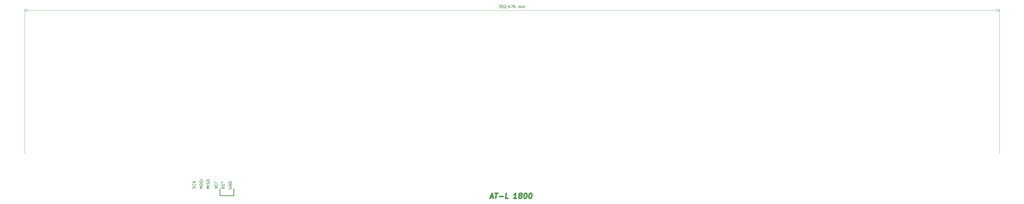
<source format=gto>
G04 #@! TF.GenerationSoftware,KiCad,Pcbnew,(5.1.5)-3*
G04 #@! TF.CreationDate,2020-11-22T01:35:45-08:00*
G04 #@! TF.ProjectId,1800 layout,31383030-206c-4617-996f-75742e6b6963,rev?*
G04 #@! TF.SameCoordinates,Original*
G04 #@! TF.FileFunction,Legend,Top*
G04 #@! TF.FilePolarity,Positive*
%FSLAX46Y46*%
G04 Gerber Fmt 4.6, Leading zero omitted, Abs format (unit mm)*
G04 Created by KiCad (PCBNEW (5.1.5)-3) date 2020-11-22 01:35:45*
%MOMM*%
%LPD*%
G04 APERTURE LIST*
%ADD10C,0.475000*%
%ADD11C,0.150000*%
%ADD12C,0.120000*%
%ADD13C,0.250000*%
%ADD14R,1.802000X1.802000*%
%ADD15C,1.802000*%
%ADD16C,1.852000*%
%ADD17R,2.007000X2.007000*%
%ADD18C,2.007000*%
%ADD19C,3.102000*%
%ADD20C,4.089800*%
%ADD21C,3.150000*%
%ADD22C,2.502000*%
%ADD23C,2.602000*%
%ADD24C,3.202000*%
%ADD25O,1.102000X1.702000*%
%ADD26O,1.102000X2.202000*%
%ADD27C,0.752000*%
G04 APERTURE END LIST*
D10*
X213251162Y-34454266D02*
X214155924Y-34454266D01*
X213002352Y-34997123D02*
X213873186Y-33097123D01*
X214269019Y-34997123D01*
X214868424Y-33097123D02*
X215954138Y-33097123D01*
X215173781Y-34997123D02*
X215411281Y-33097123D01*
X216440447Y-34273314D02*
X217888066Y-34273314D01*
X219607114Y-34997123D02*
X218702352Y-34997123D01*
X218939852Y-33097123D01*
X222683305Y-34997123D02*
X221597590Y-34997123D01*
X222140447Y-34997123D02*
X222377947Y-33097123D01*
X222163066Y-33368552D01*
X221959495Y-33549504D01*
X221767233Y-33639980D01*
X223904733Y-33911409D02*
X223735090Y-33820933D01*
X223655924Y-33730457D01*
X223588066Y-33549504D01*
X223599376Y-33459028D01*
X223712471Y-33278076D01*
X223814257Y-33187600D01*
X224006519Y-33097123D01*
X224368424Y-33097123D01*
X224538066Y-33187600D01*
X224617233Y-33278076D01*
X224685090Y-33459028D01*
X224673781Y-33549504D01*
X224560686Y-33730457D01*
X224458900Y-33820933D01*
X224266638Y-33911409D01*
X223904733Y-33911409D01*
X223712471Y-34001885D01*
X223610686Y-34092361D01*
X223497590Y-34273314D01*
X223452352Y-34635219D01*
X223520209Y-34816171D01*
X223599376Y-34906647D01*
X223769019Y-34997123D01*
X224130924Y-34997123D01*
X224323186Y-34906647D01*
X224424971Y-34816171D01*
X224538066Y-34635219D01*
X224583305Y-34273314D01*
X224515447Y-34092361D01*
X224436281Y-34001885D01*
X224266638Y-33911409D01*
X225906519Y-33097123D02*
X226087471Y-33097123D01*
X226257114Y-33187600D01*
X226336281Y-33278076D01*
X226404138Y-33459028D01*
X226449376Y-33820933D01*
X226392828Y-34273314D01*
X226257114Y-34635219D01*
X226144019Y-34816171D01*
X226042233Y-34906647D01*
X225849971Y-34997123D01*
X225669019Y-34997123D01*
X225499376Y-34906647D01*
X225420209Y-34816171D01*
X225352352Y-34635219D01*
X225307114Y-34273314D01*
X225363662Y-33820933D01*
X225499376Y-33459028D01*
X225612471Y-33278076D01*
X225714257Y-33187600D01*
X225906519Y-33097123D01*
X227716043Y-33097123D02*
X227896995Y-33097123D01*
X228066638Y-33187600D01*
X228145805Y-33278076D01*
X228213662Y-33459028D01*
X228258900Y-33820933D01*
X228202352Y-34273314D01*
X228066638Y-34635219D01*
X227953543Y-34816171D01*
X227851757Y-34906647D01*
X227659495Y-34997123D01*
X227478543Y-34997123D01*
X227308900Y-34906647D01*
X227229733Y-34816171D01*
X227161876Y-34635219D01*
X227116638Y-34273314D01*
X227173186Y-33820933D01*
X227308900Y-33459028D01*
X227421995Y-33278076D01*
X227523781Y-33187600D01*
X227716043Y-33097123D01*
D11*
X216351433Y35040819D02*
X216970480Y35040819D01*
X216637147Y34659866D01*
X216780004Y34659866D01*
X216875242Y34612247D01*
X216922861Y34564628D01*
X216970480Y34469390D01*
X216970480Y34231295D01*
X216922861Y34136057D01*
X216875242Y34088438D01*
X216780004Y34040819D01*
X216494290Y34040819D01*
X216399052Y34088438D01*
X216351433Y34136057D01*
X217875242Y35040819D02*
X217399052Y35040819D01*
X217351433Y34564628D01*
X217399052Y34612247D01*
X217494290Y34659866D01*
X217732385Y34659866D01*
X217827623Y34612247D01*
X217875242Y34564628D01*
X217922861Y34469390D01*
X217922861Y34231295D01*
X217875242Y34136057D01*
X217827623Y34088438D01*
X217732385Y34040819D01*
X217494290Y34040819D01*
X217399052Y34088438D01*
X217351433Y34136057D01*
X218303814Y34945580D02*
X218351433Y34993200D01*
X218446671Y35040819D01*
X218684766Y35040819D01*
X218780004Y34993200D01*
X218827623Y34945580D01*
X218875242Y34850342D01*
X218875242Y34755104D01*
X218827623Y34612247D01*
X218256195Y34040819D01*
X218875242Y34040819D01*
X219303814Y34136057D02*
X219351433Y34088438D01*
X219303814Y34040819D01*
X219256195Y34088438D01*
X219303814Y34136057D01*
X219303814Y34040819D01*
X220208576Y34707485D02*
X220208576Y34040819D01*
X219970480Y35088438D02*
X219732385Y34374152D01*
X220351433Y34374152D01*
X220637147Y35040819D02*
X221303814Y35040819D01*
X220875242Y34040819D01*
X222113338Y35040819D02*
X221922861Y35040819D01*
X221827623Y34993200D01*
X221780004Y34945580D01*
X221684766Y34802723D01*
X221637147Y34612247D01*
X221637147Y34231295D01*
X221684766Y34136057D01*
X221732385Y34088438D01*
X221827623Y34040819D01*
X222018100Y34040819D01*
X222113338Y34088438D01*
X222160957Y34136057D01*
X222208576Y34231295D01*
X222208576Y34469390D01*
X222160957Y34564628D01*
X222113338Y34612247D01*
X222018100Y34659866D01*
X221827623Y34659866D01*
X221732385Y34612247D01*
X221684766Y34564628D01*
X221637147Y34469390D01*
X223399052Y34040819D02*
X223399052Y34707485D01*
X223399052Y34612247D02*
X223446671Y34659866D01*
X223541909Y34707485D01*
X223684766Y34707485D01*
X223780004Y34659866D01*
X223827623Y34564628D01*
X223827623Y34040819D01*
X223827623Y34564628D02*
X223875242Y34659866D01*
X223970480Y34707485D01*
X224113338Y34707485D01*
X224208576Y34659866D01*
X224256195Y34564628D01*
X224256195Y34040819D01*
X224732385Y34040819D02*
X224732385Y34707485D01*
X224732385Y34612247D02*
X224780004Y34659866D01*
X224875242Y34707485D01*
X225018100Y34707485D01*
X225113338Y34659866D01*
X225160957Y34564628D01*
X225160957Y34040819D01*
X225160957Y34564628D02*
X225208576Y34659866D01*
X225303814Y34707485D01*
X225446671Y34707485D01*
X225541909Y34659866D01*
X225589528Y34564628D01*
X225589528Y34040819D01*
D12*
X44780200Y33223200D02*
X397256000Y33223200D01*
X44780200Y-18694400D02*
X44780200Y33809621D01*
X397256000Y-18694400D02*
X397256000Y33809621D01*
X397256000Y33223200D02*
X396129496Y32636779D01*
X397256000Y33223200D02*
X396129496Y33809621D01*
X44780200Y33223200D02*
X45906704Y32636779D01*
X44780200Y33223200D02*
X45906704Y33809621D01*
D13*
X120436280Y-31460760D02*
X120436280Y-33960760D01*
X120436280Y-33960760D02*
X115436280Y-33960760D01*
X115436280Y-33960760D02*
X115436280Y-31460760D01*
D11*
X113578660Y-31354093D02*
X114578660Y-31020760D01*
X113578660Y-30687426D01*
X114483422Y-29782664D02*
X114531041Y-29830283D01*
X114578660Y-29973140D01*
X114578660Y-30068379D01*
X114531041Y-30211236D01*
X114435803Y-30306474D01*
X114340565Y-30354093D01*
X114150089Y-30401712D01*
X114007232Y-30401712D01*
X113816756Y-30354093D01*
X113721518Y-30306474D01*
X113626280Y-30211236D01*
X113578660Y-30068379D01*
X113578660Y-29973140D01*
X113626280Y-29830283D01*
X113673899Y-29782664D01*
X114483422Y-28782664D02*
X114531041Y-28830283D01*
X114578660Y-28973140D01*
X114578660Y-29068379D01*
X114531041Y-29211236D01*
X114435803Y-29306474D01*
X114340565Y-29354093D01*
X114150089Y-29401712D01*
X114007232Y-29401712D01*
X113816756Y-29354093D01*
X113721518Y-29306474D01*
X113626280Y-29211236D01*
X113578660Y-29068379D01*
X113578660Y-28973140D01*
X113626280Y-28830283D01*
X113673899Y-28782664D01*
X117118660Y-30758379D02*
X116642470Y-31091712D01*
X117118660Y-31329807D02*
X116118660Y-31329807D01*
X116118660Y-30948855D01*
X116166280Y-30853617D01*
X116213899Y-30805998D01*
X116309137Y-30758379D01*
X116451994Y-30758379D01*
X116547232Y-30805998D01*
X116594851Y-30853617D01*
X116642470Y-30948855D01*
X116642470Y-31329807D01*
X117071041Y-30377426D02*
X117118660Y-30234569D01*
X117118660Y-29996474D01*
X117071041Y-29901236D01*
X117023422Y-29853617D01*
X116928184Y-29805998D01*
X116832946Y-29805998D01*
X116737708Y-29853617D01*
X116690089Y-29901236D01*
X116642470Y-29996474D01*
X116594851Y-30186950D01*
X116547232Y-30282188D01*
X116499613Y-30329807D01*
X116404375Y-30377426D01*
X116309137Y-30377426D01*
X116213899Y-30329807D01*
X116166280Y-30282188D01*
X116118660Y-30186950D01*
X116118660Y-29948855D01*
X116166280Y-29805998D01*
X116118660Y-29520283D02*
X116118660Y-28948855D01*
X117118660Y-29234569D02*
X116118660Y-29234569D01*
X118706280Y-30972664D02*
X118658660Y-31067902D01*
X118658660Y-31210760D01*
X118706280Y-31353617D01*
X118801518Y-31448855D01*
X118896756Y-31496474D01*
X119087232Y-31544093D01*
X119230089Y-31544093D01*
X119420565Y-31496474D01*
X119515803Y-31448855D01*
X119611041Y-31353617D01*
X119658660Y-31210760D01*
X119658660Y-31115521D01*
X119611041Y-30972664D01*
X119563422Y-30925045D01*
X119230089Y-30925045D01*
X119230089Y-31115521D01*
X119658660Y-30496474D02*
X118658660Y-30496474D01*
X119658660Y-29925045D01*
X118658660Y-29925045D01*
X119658660Y-29448855D02*
X118658660Y-29448855D01*
X118658660Y-29210760D01*
X118706280Y-29067902D01*
X118801518Y-28972664D01*
X118896756Y-28925045D01*
X119087232Y-28877426D01*
X119230089Y-28877426D01*
X119420565Y-28925045D01*
X119515803Y-28972664D01*
X119611041Y-29067902D01*
X119658660Y-29210760D01*
X119658660Y-29448855D01*
X111618660Y-31342188D02*
X110618660Y-31342188D01*
X111332946Y-31008855D01*
X110618660Y-30675521D01*
X111618660Y-30675521D01*
X111618660Y-30199331D02*
X110618660Y-30199331D01*
X111571041Y-29770760D02*
X111618660Y-29627902D01*
X111618660Y-29389807D01*
X111571041Y-29294569D01*
X111523422Y-29246950D01*
X111428184Y-29199331D01*
X111332946Y-29199331D01*
X111237708Y-29246950D01*
X111190089Y-29294569D01*
X111142470Y-29389807D01*
X111094851Y-29580283D01*
X111047232Y-29675521D01*
X110999613Y-29723140D01*
X110904375Y-29770760D01*
X110809137Y-29770760D01*
X110713899Y-29723140D01*
X110666280Y-29675521D01*
X110618660Y-29580283D01*
X110618660Y-29342188D01*
X110666280Y-29199331D01*
X110618660Y-28580283D02*
X110618660Y-28389807D01*
X110666280Y-28294569D01*
X110761518Y-28199331D01*
X110951994Y-28151712D01*
X111285327Y-28151712D01*
X111475803Y-28199331D01*
X111571041Y-28294569D01*
X111618660Y-28389807D01*
X111618660Y-28580283D01*
X111571041Y-28675521D01*
X111475803Y-28770760D01*
X111285327Y-28818379D01*
X110951994Y-28818379D01*
X110761518Y-28770760D01*
X110666280Y-28675521D01*
X110618660Y-28580283D01*
X106531041Y-31306474D02*
X106578660Y-31163617D01*
X106578660Y-30925521D01*
X106531041Y-30830283D01*
X106483422Y-30782664D01*
X106388184Y-30735045D01*
X106292946Y-30735045D01*
X106197708Y-30782664D01*
X106150089Y-30830283D01*
X106102470Y-30925521D01*
X106054851Y-31115998D01*
X106007232Y-31211236D01*
X105959613Y-31258855D01*
X105864375Y-31306474D01*
X105769137Y-31306474D01*
X105673899Y-31258855D01*
X105626280Y-31211236D01*
X105578660Y-31115998D01*
X105578660Y-30877902D01*
X105626280Y-30735045D01*
X106483422Y-29735045D02*
X106531041Y-29782664D01*
X106578660Y-29925521D01*
X106578660Y-30020760D01*
X106531041Y-30163617D01*
X106435803Y-30258855D01*
X106340565Y-30306474D01*
X106150089Y-30354093D01*
X106007232Y-30354093D01*
X105816756Y-30306474D01*
X105721518Y-30258855D01*
X105626280Y-30163617D01*
X105578660Y-30020760D01*
X105578660Y-29925521D01*
X105626280Y-29782664D01*
X105673899Y-29735045D01*
X106578660Y-29306474D02*
X105578660Y-29306474D01*
X106578660Y-28735045D02*
X106007232Y-29163617D01*
X105578660Y-28735045D02*
X106150089Y-29306474D01*
X109118660Y-31342188D02*
X108118660Y-31342188D01*
X108832946Y-31008855D01*
X108118660Y-30675521D01*
X109118660Y-30675521D01*
X108118660Y-30008855D02*
X108118660Y-29818379D01*
X108166280Y-29723140D01*
X108261518Y-29627902D01*
X108451994Y-29580283D01*
X108785327Y-29580283D01*
X108975803Y-29627902D01*
X109071041Y-29723140D01*
X109118660Y-29818379D01*
X109118660Y-30008855D01*
X109071041Y-30104093D01*
X108975803Y-30199331D01*
X108785327Y-30246950D01*
X108451994Y-30246950D01*
X108261518Y-30199331D01*
X108166280Y-30104093D01*
X108118660Y-30008855D01*
X109071041Y-29199331D02*
X109118660Y-29056474D01*
X109118660Y-28818379D01*
X109071041Y-28723140D01*
X109023422Y-28675521D01*
X108928184Y-28627902D01*
X108832946Y-28627902D01*
X108737708Y-28675521D01*
X108690089Y-28723140D01*
X108642470Y-28818379D01*
X108594851Y-29008855D01*
X108547232Y-29104093D01*
X108499613Y-29151712D01*
X108404375Y-29199331D01*
X108309137Y-29199331D01*
X108213899Y-29151712D01*
X108166280Y-29104093D01*
X108118660Y-29008855D01*
X108118660Y-28770760D01*
X108166280Y-28627902D01*
X109118660Y-28199331D02*
X108118660Y-28199331D01*
%LPC*%
D14*
X119206280Y-32750760D03*
D15*
X116666280Y-32750760D03*
X114126280Y-32750760D03*
X108666280Y-32750760D03*
X106126280Y-32750760D03*
X111206280Y-32750760D03*
D16*
X121349000Y-47181000D03*
X111189000Y-47181000D03*
D17*
X117539000Y-52261000D03*
D18*
X114999000Y-52261000D03*
D19*
X112459000Y-44641000D03*
D20*
X116269000Y-47181000D03*
D19*
X118809000Y-42101000D03*
D20*
X412654750Y-63818000D03*
X412654750Y-87694000D03*
D21*
X397414750Y-63818000D03*
X397414750Y-87694000D03*
D16*
X409479750Y-75756000D03*
X399319750Y-75756000D03*
D17*
X403129750Y-80836000D03*
D18*
X405669750Y-80836000D03*
D19*
X400589750Y-73216000D03*
D20*
X404399750Y-75756000D03*
D19*
X406939750Y-70676000D03*
X94996000Y-61151000D03*
D20*
X92456000Y-66231000D03*
D19*
X88646000Y-63691000D03*
D18*
X93726000Y-71311000D03*
D17*
X91186000Y-71311000D03*
D16*
X87376000Y-66231000D03*
X97536000Y-66231000D03*
X168973250Y-123381000D03*
X158813250Y-123381000D03*
D17*
X165163250Y-128461000D03*
D18*
X162623250Y-128461000D03*
D19*
X160083250Y-120841000D03*
D20*
X163893250Y-123381000D03*
D19*
X166433250Y-118301000D03*
D16*
X121349000Y-128144000D03*
X111189000Y-128144000D03*
D17*
X114999000Y-133224000D03*
D18*
X117539000Y-133224000D03*
D19*
X112459000Y-125604000D03*
D20*
X116269000Y-128144000D03*
D19*
X118809000Y-123064000D03*
D16*
X190404500Y-123381000D03*
X180244500Y-123381000D03*
D17*
X184054500Y-128461000D03*
D18*
X186594500Y-128461000D03*
D19*
X181514500Y-120841000D03*
D20*
X185324500Y-123381000D03*
D19*
X187864500Y-118301000D03*
D16*
X385667000Y-123381000D03*
X375507000Y-123381000D03*
D17*
X379317000Y-128461000D03*
D18*
X381857000Y-128461000D03*
D22*
X376777000Y-120841000D03*
D20*
X380587000Y-123381000D03*
D19*
X383127000Y-118301000D03*
D16*
X383286000Y-66231000D03*
X373126000Y-66231000D03*
D17*
X379476000Y-71311000D03*
D18*
X376936000Y-71311000D03*
D19*
X374396000Y-63691000D03*
D20*
X378206000Y-66231000D03*
D19*
X380746000Y-61151000D03*
D20*
X43561000Y-63818000D03*
X43561000Y-87694000D03*
D21*
X28321000Y-63818000D03*
X28321000Y-87694000D03*
D16*
X35306000Y-70676000D03*
X35306000Y-80836000D03*
D17*
X40386000Y-74486000D03*
D18*
X40386000Y-77026000D03*
D19*
X32766000Y-79566000D03*
D20*
X35306000Y-75756000D03*
D19*
X30226000Y-73216000D03*
D20*
X349630750Y-115126000D03*
X235330750Y-115126000D03*
D21*
X349630750Y-130366000D03*
X235330750Y-130366000D03*
D16*
X297560750Y-123381000D03*
X287400750Y-123381000D03*
D17*
X293750750Y-128461000D03*
D18*
X291210750Y-128461000D03*
D22*
X288670750Y-120841000D03*
D20*
X292480750Y-123381000D03*
D19*
X295020750Y-118301000D03*
D16*
X59436000Y-85281000D03*
X49276000Y-85281000D03*
D17*
X55626000Y-90361000D03*
D18*
X53086000Y-90361000D03*
D19*
X50546000Y-82741000D03*
D20*
X54356000Y-85281000D03*
D19*
X56896000Y-80201000D03*
D16*
X221361500Y-23368000D03*
X211201500Y-23368000D03*
D17*
X215011500Y-28448000D03*
D18*
X217551500Y-28448000D03*
D19*
X212471500Y-20828000D03*
D20*
X216281500Y-23368000D03*
D19*
X218821500Y-18288000D03*
D16*
X97536000Y-23368000D03*
X87376000Y-23368000D03*
D17*
X91186000Y-28448000D03*
D18*
X93726000Y-28448000D03*
D19*
X88646000Y-20828000D03*
D20*
X92456000Y-23368000D03*
D19*
X94996000Y-18288000D03*
D16*
X388048500Y-85281000D03*
X377888500Y-85281000D03*
D17*
X384238500Y-90361000D03*
D18*
X381698500Y-90361000D03*
D19*
X379158500Y-82741000D03*
D20*
X382968500Y-85281000D03*
D19*
X385508500Y-80201000D03*
D16*
X396938500Y-66231000D03*
X407098500Y-66231000D03*
D17*
X403288500Y-61151000D03*
D18*
X400748500Y-61151000D03*
D19*
X405828500Y-68771000D03*
D20*
X402018500Y-66231000D03*
D19*
X399478500Y-71311000D03*
D16*
X188023500Y-104331000D03*
X177863500Y-104331000D03*
D17*
X184213500Y-109411000D03*
D18*
X181673500Y-109411000D03*
D19*
X179133500Y-101791000D03*
D20*
X182943500Y-104331000D03*
D19*
X185483500Y-99251000D03*
D16*
X268986000Y-66231000D03*
X258826000Y-66231000D03*
D17*
X265176000Y-71311000D03*
D18*
X262636000Y-71311000D03*
D19*
X260096000Y-63691000D03*
D20*
X263906000Y-66231000D03*
D19*
X266446000Y-61151000D03*
D16*
X207073500Y-104331000D03*
X196913500Y-104331000D03*
D17*
X203263500Y-109411000D03*
D18*
X200723500Y-109411000D03*
D19*
X198183500Y-101791000D03*
D20*
X201993500Y-104331000D03*
D19*
X204533500Y-99251000D03*
D16*
X192786000Y-66231000D03*
X182626000Y-66231000D03*
D17*
X188976000Y-71311000D03*
D18*
X186436000Y-71311000D03*
D19*
X183896000Y-63691000D03*
D20*
X187706000Y-66231000D03*
D19*
X190246000Y-61151000D03*
D16*
X245173500Y-104331000D03*
X235013500Y-104331000D03*
D17*
X241363500Y-109411000D03*
D18*
X238823500Y-109411000D03*
D19*
X236283500Y-101791000D03*
D20*
X240093500Y-104331000D03*
D19*
X242633500Y-99251000D03*
D16*
X121349000Y-109094000D03*
X111189000Y-109094000D03*
D17*
X117539000Y-114174000D03*
D18*
X114999000Y-114174000D03*
D19*
X112459000Y-106554000D03*
D20*
X116269000Y-109094000D03*
D19*
X118809000Y-104014000D03*
D16*
X288036000Y-66231000D03*
X277876000Y-66231000D03*
D17*
X284226000Y-71311000D03*
D18*
X281686000Y-71311000D03*
D19*
X279146000Y-63691000D03*
D20*
X282956000Y-66231000D03*
D19*
X285496000Y-61151000D03*
D16*
X149923500Y-66231000D03*
X139763500Y-66231000D03*
D17*
X146113500Y-71311000D03*
D18*
X143573500Y-71311000D03*
D19*
X141033500Y-63691000D03*
D20*
X144843500Y-66231000D03*
D19*
X147383500Y-61151000D03*
D16*
X249936000Y-66231000D03*
X239776000Y-66231000D03*
D17*
X246126000Y-71311000D03*
D18*
X243586000Y-71311000D03*
D19*
X241046000Y-63691000D03*
D20*
X244856000Y-66231000D03*
D19*
X247396000Y-61151000D03*
D20*
X330574400Y-115126000D03*
X230574600Y-115126000D03*
D21*
X330574400Y-130366000D03*
X230574600Y-130366000D03*
D16*
X285654500Y-123381000D03*
X275494500Y-123381000D03*
D17*
X279304500Y-128461000D03*
D18*
X281844500Y-128461000D03*
D19*
X276764500Y-120841000D03*
D20*
X280574500Y-123381000D03*
D23*
X283114500Y-118301000D03*
D20*
X335336900Y-115126000D03*
X235337100Y-115126000D03*
D21*
X335336900Y-130366000D03*
X235337100Y-130366000D03*
D16*
X290417000Y-123381000D03*
X280257000Y-123381000D03*
D17*
X284067000Y-128461000D03*
D18*
X286607000Y-128461000D03*
D23*
X281527000Y-120841000D03*
D20*
X285337000Y-123381000D03*
D22*
X287877000Y-118301000D03*
D16*
X197548500Y-85281000D03*
X187388500Y-85281000D03*
D17*
X193738500Y-90361000D03*
D18*
X191198500Y-90361000D03*
D19*
X188658500Y-82741000D03*
D20*
X192468500Y-85281000D03*
D19*
X195008500Y-80201000D03*
D16*
X383285750Y-123381000D03*
X373125750Y-123381000D03*
D17*
X379475750Y-128461000D03*
D18*
X376935750Y-128461000D03*
D23*
X374395750Y-120841000D03*
D20*
X378205750Y-123381000D03*
D23*
X380745750Y-118301000D03*
D19*
X385508250Y-118301000D03*
D20*
X382968250Y-123381000D03*
D23*
X379158250Y-120841000D03*
D18*
X381698250Y-128461000D03*
D17*
X384238250Y-128461000D03*
D16*
X377888250Y-123381000D03*
X388048250Y-123381000D03*
D20*
X402050250Y-112586000D03*
X378174250Y-112586000D03*
D21*
X402050250Y-97346000D03*
X378174250Y-97346000D03*
D16*
X395192250Y-104331000D03*
X385032250Y-104331000D03*
D17*
X388842250Y-109411000D03*
D18*
X391382250Y-109411000D03*
D19*
X386302250Y-101791000D03*
D20*
X390112250Y-104331000D03*
D19*
X392652250Y-99251000D03*
D16*
X140399000Y-128144000D03*
X130239000Y-128144000D03*
D17*
X136589000Y-133224000D03*
D18*
X134049000Y-133224000D03*
D19*
X131509000Y-125604000D03*
D20*
X135319000Y-128144000D03*
D19*
X137859000Y-123064000D03*
D16*
X407098250Y-123381000D03*
X396938250Y-123381000D03*
D17*
X400748250Y-128461000D03*
D18*
X403288250Y-128461000D03*
D19*
X398208250Y-120841000D03*
D20*
X402018250Y-123381000D03*
D23*
X404558250Y-118301000D03*
D16*
X411860750Y-123381000D03*
X401700750Y-123381000D03*
D17*
X405510750Y-128461000D03*
D18*
X408050750Y-128461000D03*
D23*
X402970750Y-120841000D03*
D20*
X406780750Y-123381000D03*
D19*
X409320750Y-118301000D03*
D16*
X409479500Y-123381000D03*
X399319500Y-123381000D03*
D17*
X405669500Y-128461000D03*
D18*
X403129500Y-128461000D03*
D19*
X400589500Y-120841000D03*
D20*
X404399500Y-123381000D03*
D19*
X406939500Y-118301000D03*
D16*
X378523250Y-123381000D03*
X368363250Y-123381000D03*
D17*
X374713250Y-128461000D03*
D18*
X372173250Y-128461000D03*
D19*
X369633250Y-120841000D03*
D20*
X373443250Y-123381000D03*
D22*
X375983250Y-118301000D03*
D16*
X359473250Y-123381000D03*
X349313250Y-123381000D03*
D17*
X353123250Y-128461000D03*
D18*
X355663250Y-128461000D03*
D19*
X350583250Y-120841000D03*
D20*
X354393250Y-123381000D03*
D19*
X356933250Y-118301000D03*
D16*
X361854500Y-123381000D03*
X351694500Y-123381000D03*
D17*
X358044500Y-128461000D03*
D18*
X355504500Y-128461000D03*
D19*
X352964500Y-120841000D03*
D20*
X356774500Y-123381000D03*
D19*
X359314500Y-118301000D03*
D16*
X230886000Y-66231000D03*
X220726000Y-66231000D03*
D17*
X227076000Y-71311000D03*
D18*
X224536000Y-71311000D03*
D19*
X221996000Y-63691000D03*
D20*
X225806000Y-66231000D03*
D19*
X228346000Y-61151000D03*
D16*
X173736000Y-66231000D03*
X163576000Y-66231000D03*
D17*
X169926000Y-71311000D03*
D18*
X167386000Y-71311000D03*
D19*
X164846000Y-63691000D03*
D20*
X168656000Y-66231000D03*
D19*
X171196000Y-61151000D03*
D16*
X121349000Y-23368000D03*
X111189000Y-23368000D03*
D17*
X117539000Y-28448000D03*
D18*
X114999000Y-28448000D03*
D19*
X112459000Y-20828000D03*
D20*
X116269000Y-23368000D03*
D19*
X118809000Y-18288000D03*
D16*
X345186000Y-66231000D03*
X335026000Y-66231000D03*
D17*
X341376000Y-71311000D03*
D18*
X338836000Y-71311000D03*
D19*
X336296000Y-63691000D03*
D20*
X340106000Y-66231000D03*
D19*
X342646000Y-61151000D03*
D16*
X326136000Y-66231000D03*
X315976000Y-66231000D03*
D17*
X322326000Y-71311000D03*
D18*
X319786000Y-71311000D03*
D19*
X317246000Y-63691000D03*
D20*
X321056000Y-66231000D03*
D19*
X323596000Y-61151000D03*
D16*
X97536000Y-47181000D03*
X87376000Y-47181000D03*
D17*
X93726000Y-52261000D03*
D18*
X91186000Y-52261000D03*
D19*
X88646000Y-44641000D03*
D20*
X92456000Y-47181000D03*
D19*
X94996000Y-42101000D03*
D20*
X43561000Y-101918000D03*
X43561000Y-125794000D03*
D21*
X28321000Y-101918000D03*
X28321000Y-125794000D03*
D16*
X35306000Y-108776000D03*
X35306000Y-118936000D03*
D17*
X40386000Y-112586000D03*
D18*
X40386000Y-115126000D03*
D19*
X32766000Y-117666000D03*
D20*
X35306000Y-113856000D03*
D19*
X30226000Y-111316000D03*
D16*
X78486000Y-123381000D03*
X68326000Y-123381000D03*
D17*
X74676000Y-128461000D03*
D18*
X72136000Y-128461000D03*
D19*
X69596000Y-120841000D03*
D20*
X73406000Y-123381000D03*
D19*
X75946000Y-118301000D03*
D16*
X78486000Y-47181000D03*
X68326000Y-47181000D03*
D17*
X74676000Y-52261000D03*
D18*
X72136000Y-52261000D03*
D19*
X69596000Y-44641000D03*
D20*
X73406000Y-47181000D03*
D19*
X75946000Y-42101000D03*
D16*
X40386000Y-47181000D03*
X30226000Y-47181000D03*
D17*
X36576000Y-52261000D03*
D18*
X34036000Y-52261000D03*
D19*
X31496000Y-44641000D03*
D20*
X35306000Y-47181000D03*
D19*
X37846000Y-42101000D03*
D16*
X59436000Y-47181000D03*
X49276000Y-47181000D03*
D17*
X55626000Y-52261000D03*
D18*
X53086000Y-52261000D03*
D19*
X50546000Y-44641000D03*
D20*
X54356000Y-47181000D03*
D19*
X56896000Y-42101000D03*
D16*
X97536000Y-104331000D03*
X87376000Y-104331000D03*
D17*
X93726000Y-109411000D03*
D18*
X91186000Y-109411000D03*
D19*
X88646000Y-101791000D03*
D20*
X92456000Y-104331000D03*
D19*
X94996000Y-99251000D03*
D16*
X97536000Y-85281000D03*
X87376000Y-85281000D03*
D17*
X93726000Y-90361000D03*
D18*
X91186000Y-90361000D03*
D19*
X88646000Y-82741000D03*
D20*
X92456000Y-85281000D03*
D19*
X94996000Y-80201000D03*
D16*
X78486000Y-104331000D03*
X68326000Y-104331000D03*
D17*
X74676000Y-109411000D03*
D18*
X72136000Y-109411000D03*
D19*
X69596000Y-101791000D03*
D20*
X73406000Y-104331000D03*
D19*
X75946000Y-99251000D03*
D16*
X78486000Y-85281000D03*
X68326000Y-85281000D03*
D17*
X74676000Y-90361000D03*
D18*
X72136000Y-90361000D03*
D19*
X69596000Y-82741000D03*
D20*
X73406000Y-85281000D03*
D19*
X75946000Y-80201000D03*
D16*
X78486000Y-66231000D03*
X68326000Y-66231000D03*
D17*
X74676000Y-71311000D03*
D18*
X72136000Y-71311000D03*
D19*
X69596000Y-63691000D03*
D20*
X73406000Y-66231000D03*
D19*
X75946000Y-61151000D03*
D16*
X59436000Y-123381000D03*
X49276000Y-123381000D03*
D17*
X55626000Y-128461000D03*
D18*
X53086000Y-128461000D03*
D19*
X50546000Y-120841000D03*
D20*
X54356000Y-123381000D03*
D19*
X56896000Y-118301000D03*
D16*
X59436000Y-104331000D03*
X49276000Y-104331000D03*
D17*
X55626000Y-109411000D03*
D18*
X53086000Y-109411000D03*
D19*
X50546000Y-101791000D03*
D20*
X54356000Y-104331000D03*
D19*
X56896000Y-99251000D03*
D16*
X59436000Y-66231000D03*
X49276000Y-66231000D03*
D17*
X55626000Y-71311000D03*
D18*
X53086000Y-71311000D03*
D19*
X50546000Y-63691000D03*
D20*
X54356000Y-66231000D03*
D19*
X56896000Y-61151000D03*
D16*
X283273500Y-104331000D03*
X273113500Y-104331000D03*
D17*
X279463500Y-109411000D03*
D18*
X276923500Y-109411000D03*
D19*
X274383500Y-101791000D03*
D20*
X278193500Y-104331000D03*
D19*
X280733500Y-99251000D03*
D16*
X302323500Y-104331000D03*
X292163500Y-104331000D03*
D17*
X298513500Y-109411000D03*
D18*
X295973500Y-109411000D03*
D19*
X293433500Y-101791000D03*
D20*
X297243500Y-104331000D03*
D19*
X299783500Y-99251000D03*
D16*
X192785750Y-123381000D03*
X182625750Y-123381000D03*
D17*
X188975750Y-128461000D03*
D18*
X186435750Y-128461000D03*
D19*
X183895750Y-120841000D03*
D20*
X187705750Y-123381000D03*
D19*
X190245750Y-118301000D03*
D20*
X163925250Y-112586000D03*
X140049250Y-112586000D03*
D21*
X163925250Y-97346000D03*
X140049250Y-97346000D03*
D16*
X157067250Y-104331000D03*
X146907250Y-104331000D03*
D17*
X153257250Y-109411000D03*
D18*
X150717250Y-109411000D03*
D19*
X148177250Y-101791000D03*
D20*
X151987250Y-104331000D03*
D19*
X154527250Y-99251000D03*
D16*
X102299000Y-128144000D03*
X92139000Y-128144000D03*
D17*
X98489000Y-133224000D03*
D18*
X95949000Y-133224000D03*
D19*
X93409000Y-125604000D03*
D20*
X97219000Y-128144000D03*
D19*
X99759000Y-123064000D03*
D16*
X166592000Y-123381000D03*
X156432000Y-123381000D03*
D17*
X160242000Y-128461000D03*
D18*
X162782000Y-128461000D03*
D19*
X157702000Y-120841000D03*
D20*
X161512000Y-123381000D03*
D19*
X164052000Y-118301000D03*
D16*
X330898500Y-85281000D03*
X320738500Y-85281000D03*
D17*
X327088500Y-90361000D03*
D18*
X324548500Y-90361000D03*
D19*
X322008500Y-82741000D03*
D20*
X325818500Y-85281000D03*
D19*
X328358500Y-80201000D03*
D16*
X311848500Y-85281000D03*
X301688500Y-85281000D03*
D17*
X308038500Y-90361000D03*
D18*
X305498500Y-90361000D03*
D19*
X302958500Y-82741000D03*
D20*
X306768500Y-85281000D03*
D19*
X309308500Y-80201000D03*
D16*
X292798500Y-85281000D03*
X282638500Y-85281000D03*
D17*
X288988500Y-90361000D03*
D18*
X286448500Y-90361000D03*
D19*
X283908500Y-82741000D03*
D20*
X287718500Y-85281000D03*
D19*
X290258500Y-80201000D03*
D16*
X307086000Y-66231000D03*
X296926000Y-66231000D03*
D17*
X303276000Y-71311000D03*
D18*
X300736000Y-71311000D03*
D19*
X298196000Y-63691000D03*
D20*
X302006000Y-66231000D03*
D19*
X304546000Y-61151000D03*
D16*
X273748500Y-85281000D03*
X263588500Y-85281000D03*
D17*
X269938500Y-90361000D03*
D18*
X267398500Y-90361000D03*
D19*
X264858500Y-82741000D03*
D20*
X268668500Y-85281000D03*
D19*
X271208500Y-80201000D03*
D16*
X254698500Y-85281000D03*
X244538500Y-85281000D03*
D17*
X250888500Y-90361000D03*
D18*
X248348500Y-90361000D03*
D19*
X245808500Y-82741000D03*
D20*
X249618500Y-85281000D03*
D19*
X252158500Y-80201000D03*
D16*
X78486000Y-23368000D03*
X68326000Y-23368000D03*
D17*
X74676000Y-28448000D03*
D18*
X72136000Y-28448000D03*
D19*
X69596000Y-20828000D03*
D20*
X73406000Y-23368000D03*
D19*
X75946000Y-18288000D03*
D16*
X59436000Y-23368000D03*
X49276000Y-23368000D03*
D17*
X55626000Y-28448000D03*
D18*
X53086000Y-28448000D03*
D19*
X50546000Y-20828000D03*
D20*
X54356000Y-23368000D03*
D19*
X56896000Y-18288000D03*
D16*
X40386000Y-23368000D03*
X30226000Y-23368000D03*
D17*
X36576000Y-28448000D03*
D18*
X34036000Y-28448000D03*
D19*
X31496000Y-20828000D03*
D20*
X35306000Y-23368000D03*
D19*
X37846000Y-18288000D03*
D16*
X411861000Y-23368000D03*
X401701000Y-23368000D03*
D17*
X405511000Y-28448000D03*
D18*
X408051000Y-28448000D03*
D19*
X402971000Y-20828000D03*
D20*
X406781000Y-23368000D03*
D19*
X409321000Y-18288000D03*
D16*
X392811000Y-23368000D03*
X382651000Y-23368000D03*
D17*
X386461000Y-28448000D03*
D18*
X389001000Y-28448000D03*
D19*
X383921000Y-20828000D03*
D20*
X387731000Y-23368000D03*
D19*
X390271000Y-18288000D03*
D16*
X373761000Y-23368000D03*
X363601000Y-23368000D03*
D17*
X369951000Y-28448000D03*
D18*
X367411000Y-28448000D03*
D19*
X364871000Y-20828000D03*
D20*
X368681000Y-23368000D03*
D19*
X371221000Y-18288000D03*
D16*
X354711000Y-23368000D03*
X344551000Y-23368000D03*
D17*
X350901000Y-28448000D03*
D18*
X348361000Y-28448000D03*
D19*
X345821000Y-20828000D03*
D20*
X349631000Y-23368000D03*
D19*
X352171000Y-18288000D03*
D16*
X326136000Y-23368000D03*
X315976000Y-23368000D03*
D17*
X319786000Y-28448000D03*
D18*
X322326000Y-28448000D03*
D19*
X317246000Y-20828000D03*
D20*
X321056000Y-23368000D03*
D19*
X323596000Y-18288000D03*
D16*
X307086000Y-23368000D03*
X296926000Y-23368000D03*
D17*
X303276000Y-28448000D03*
D18*
X300736000Y-28448000D03*
D19*
X298196000Y-20828000D03*
D20*
X302006000Y-23368000D03*
D19*
X304546000Y-18288000D03*
D16*
X288036000Y-23368000D03*
X277876000Y-23368000D03*
D17*
X281686000Y-28448000D03*
D18*
X284226000Y-28448000D03*
D19*
X279146000Y-20828000D03*
D20*
X282956000Y-23368000D03*
D19*
X285496000Y-18288000D03*
D16*
X268986000Y-23368000D03*
X258826000Y-23368000D03*
D17*
X265176000Y-28448000D03*
D18*
X262636000Y-28448000D03*
D19*
X260096000Y-20828000D03*
D20*
X263906000Y-23368000D03*
D19*
X266446000Y-18288000D03*
D16*
X240411000Y-23368000D03*
X230251000Y-23368000D03*
D17*
X234061000Y-28448000D03*
D18*
X236601000Y-28448000D03*
D19*
X231521000Y-20828000D03*
D20*
X235331000Y-23368000D03*
D19*
X237871000Y-18288000D03*
D16*
X235648500Y-85281000D03*
X225488500Y-85281000D03*
D17*
X231838500Y-90361000D03*
D18*
X229298500Y-90361000D03*
D19*
X226758500Y-82741000D03*
D20*
X230568500Y-85281000D03*
D19*
X233108500Y-80201000D03*
D16*
X202311500Y-23368000D03*
X192151500Y-23368000D03*
D17*
X195961500Y-28448000D03*
D18*
X198501500Y-28448000D03*
D19*
X193421500Y-20828000D03*
D20*
X197231500Y-23368000D03*
D19*
X199771500Y-18288000D03*
D16*
X183261500Y-23368000D03*
X173101500Y-23368000D03*
D17*
X179451500Y-28448000D03*
D18*
X176911500Y-28448000D03*
D19*
X174371500Y-20828000D03*
D20*
X178181500Y-23368000D03*
D19*
X180721500Y-18288000D03*
D16*
X145161000Y-23368000D03*
X135001000Y-23368000D03*
D17*
X138811000Y-28448000D03*
D18*
X141351000Y-28448000D03*
D19*
X136271000Y-20828000D03*
D20*
X140081000Y-23368000D03*
D19*
X142621000Y-18288000D03*
D20*
X406812750Y-77026000D03*
X382936750Y-77026000D03*
D21*
X406812750Y-92266000D03*
X382936750Y-92266000D03*
D16*
X399954750Y-85281000D03*
X389794750Y-85281000D03*
D17*
X393604750Y-90361000D03*
D18*
X396144750Y-90361000D03*
D19*
X391064750Y-82741000D03*
D20*
X394874750Y-85281000D03*
D19*
X397414750Y-80201000D03*
D16*
X211836000Y-66231000D03*
X201676000Y-66231000D03*
D17*
X208026000Y-71311000D03*
D18*
X205486000Y-71311000D03*
D19*
X202946000Y-63691000D03*
D20*
X206756000Y-66231000D03*
D19*
X209296000Y-61151000D03*
D16*
X121349000Y-66231000D03*
X111189000Y-66231000D03*
D17*
X117539000Y-71311000D03*
D18*
X114999000Y-71311000D03*
D19*
X112459000Y-63691000D03*
D20*
X116269000Y-66231000D03*
D19*
X118809000Y-61151000D03*
D16*
X216598500Y-85281000D03*
X206438500Y-85281000D03*
D17*
X212788500Y-90361000D03*
D18*
X210248500Y-90361000D03*
D19*
X207708500Y-82741000D03*
D20*
X211518500Y-85281000D03*
D19*
X214058500Y-80201000D03*
D16*
X152304750Y-85281000D03*
X142144750Y-85281000D03*
D17*
X148494750Y-90361000D03*
D18*
X145954750Y-90361000D03*
D24*
X143414750Y-82741000D03*
D20*
X147224750Y-85281000D03*
D24*
X149764750Y-80201000D03*
D16*
X147541750Y-85281000D03*
X137381750Y-85281000D03*
D17*
X141191750Y-90361000D03*
D18*
X143731750Y-90361000D03*
D24*
X138651750Y-82741000D03*
D20*
X142461750Y-85281000D03*
D24*
X145001750Y-80201000D03*
D16*
X226123500Y-104331000D03*
X215963500Y-104331000D03*
D17*
X222313500Y-109411000D03*
D18*
X219773500Y-109411000D03*
D19*
X217233500Y-101791000D03*
D20*
X221043500Y-104331000D03*
D19*
X223583500Y-99251000D03*
D20*
X409194000Y-55436000D03*
X385318000Y-55436000D03*
D21*
X409194000Y-40196000D03*
X385318000Y-40196000D03*
D16*
X402336000Y-47181000D03*
X392176000Y-47181000D03*
D17*
X395986000Y-52261000D03*
D18*
X398526000Y-52261000D03*
D19*
X393446000Y-44641000D03*
D20*
X397256000Y-47181000D03*
D19*
X399796000Y-42101000D03*
D16*
X264223500Y-104331000D03*
X254063500Y-104331000D03*
D17*
X260413500Y-109411000D03*
D18*
X257873500Y-109411000D03*
D19*
X255333500Y-101791000D03*
D20*
X259143500Y-104331000D03*
D19*
X261683500Y-99251000D03*
D16*
X214217000Y-123381000D03*
X204057000Y-123381000D03*
D17*
X207867000Y-128461000D03*
D18*
X210407000Y-128461000D03*
D19*
X205327000Y-120841000D03*
D20*
X209137000Y-123381000D03*
D19*
X211677000Y-118301000D03*
D16*
X216598250Y-123381000D03*
X206438250Y-123381000D03*
D17*
X212788250Y-128461000D03*
D18*
X210248250Y-128461000D03*
D19*
X207708250Y-120841000D03*
D20*
X211518250Y-123381000D03*
D19*
X214058250Y-118301000D03*
D16*
X178498500Y-85281000D03*
X168338500Y-85281000D03*
D17*
X174688500Y-90361000D03*
D18*
X172148500Y-90361000D03*
D19*
X169608500Y-82741000D03*
D20*
X173418500Y-85281000D03*
D19*
X175958500Y-80201000D03*
D16*
X145161000Y-47181000D03*
X135001000Y-47181000D03*
D17*
X141351000Y-52261000D03*
D18*
X138811000Y-52261000D03*
D19*
X136271000Y-44641000D03*
D20*
X140081000Y-47181000D03*
D19*
X142621000Y-42101000D03*
D16*
X364236000Y-66231000D03*
X354076000Y-66231000D03*
D17*
X360426000Y-71311000D03*
D18*
X357886000Y-71311000D03*
D19*
X355346000Y-63691000D03*
D20*
X359156000Y-66231000D03*
D19*
X361696000Y-61151000D03*
D16*
X340423500Y-104331000D03*
X330263500Y-104331000D03*
D17*
X336613500Y-109411000D03*
D18*
X334073500Y-109411000D03*
D19*
X331533500Y-101791000D03*
D20*
X335343500Y-104331000D03*
D19*
X337883500Y-99251000D03*
D16*
X321373500Y-104331000D03*
X311213500Y-104331000D03*
D17*
X317563500Y-109411000D03*
D18*
X315023500Y-109411000D03*
D19*
X312483500Y-101791000D03*
D20*
X316293500Y-104331000D03*
D19*
X318833500Y-99251000D03*
D16*
X349948500Y-85281000D03*
X339788500Y-85281000D03*
D17*
X346138500Y-90361000D03*
D18*
X343598500Y-90361000D03*
D19*
X341058500Y-82741000D03*
D20*
X344868500Y-85281000D03*
D19*
X347408500Y-80201000D03*
D16*
X359473500Y-104331000D03*
X349313500Y-104331000D03*
D17*
X355663500Y-109411000D03*
D18*
X353123500Y-109411000D03*
D19*
X350583500Y-101791000D03*
D20*
X354393500Y-104331000D03*
D19*
X356933500Y-99251000D03*
D16*
X354711000Y-47181000D03*
X344551000Y-47181000D03*
D17*
X350901000Y-52261000D03*
D18*
X348361000Y-52261000D03*
D19*
X345821000Y-44641000D03*
D20*
X349631000Y-47181000D03*
D19*
X352171000Y-42101000D03*
D16*
X373761000Y-47181000D03*
X363601000Y-47181000D03*
D17*
X369951000Y-52261000D03*
D18*
X367411000Y-52261000D03*
D19*
X364871000Y-44641000D03*
D20*
X368681000Y-47181000D03*
D19*
X371221000Y-42101000D03*
D16*
X368998500Y-85281000D03*
X358838500Y-85281000D03*
D17*
X365188500Y-90361000D03*
D18*
X362648500Y-90361000D03*
D19*
X360108500Y-82741000D03*
D20*
X363918500Y-85281000D03*
D19*
X366458500Y-80201000D03*
D16*
X335661000Y-47181000D03*
X325501000Y-47181000D03*
D17*
X331851000Y-52261000D03*
D18*
X329311000Y-52261000D03*
D19*
X326771000Y-44641000D03*
D20*
X330581000Y-47181000D03*
D19*
X333121000Y-42101000D03*
D16*
X316611000Y-47181000D03*
X306451000Y-47181000D03*
D17*
X312801000Y-52261000D03*
D18*
X310261000Y-52261000D03*
D19*
X307721000Y-44641000D03*
D20*
X311531000Y-47181000D03*
D19*
X314071000Y-42101000D03*
D16*
X297561000Y-47181000D03*
X287401000Y-47181000D03*
D17*
X293751000Y-52261000D03*
D18*
X291211000Y-52261000D03*
D19*
X288671000Y-44641000D03*
D20*
X292481000Y-47181000D03*
D19*
X295021000Y-42101000D03*
D16*
X278511000Y-47181000D03*
X268351000Y-47181000D03*
D17*
X274701000Y-52261000D03*
D18*
X272161000Y-52261000D03*
D19*
X269621000Y-44641000D03*
D20*
X273431000Y-47181000D03*
D19*
X275971000Y-42101000D03*
D16*
X259461000Y-47181000D03*
X249301000Y-47181000D03*
D17*
X255651000Y-52261000D03*
D18*
X253111000Y-52261000D03*
D19*
X250571000Y-44641000D03*
D20*
X254381000Y-47181000D03*
D19*
X256921000Y-42101000D03*
D16*
X240411000Y-47181000D03*
X230251000Y-47181000D03*
D17*
X236601000Y-52261000D03*
D18*
X234061000Y-52261000D03*
D19*
X231521000Y-44641000D03*
D20*
X235331000Y-47181000D03*
D19*
X237871000Y-42101000D03*
D16*
X221361000Y-47181000D03*
X211201000Y-47181000D03*
D17*
X217551000Y-52261000D03*
D18*
X215011000Y-52261000D03*
D19*
X212471000Y-44641000D03*
D20*
X216281000Y-47181000D03*
D19*
X218821000Y-42101000D03*
D16*
X202311000Y-47181000D03*
X192151000Y-47181000D03*
D17*
X198501000Y-52261000D03*
D18*
X195961000Y-52261000D03*
D19*
X193421000Y-44641000D03*
D20*
X197231000Y-47181000D03*
D19*
X199771000Y-42101000D03*
D16*
X183261000Y-47181000D03*
X173101000Y-47181000D03*
D17*
X179451000Y-52261000D03*
D18*
X176911000Y-52261000D03*
D19*
X174371000Y-44641000D03*
D20*
X178181000Y-47181000D03*
D19*
X180721000Y-42101000D03*
D16*
X164211000Y-47181000D03*
X154051000Y-47181000D03*
D17*
X160401000Y-52261000D03*
D18*
X157861000Y-52261000D03*
D19*
X155321000Y-44641000D03*
D20*
X159131000Y-47181000D03*
D19*
X161671000Y-42101000D03*
D25*
X225364000Y-6918000D03*
X216724000Y-6918000D03*
D26*
X225364000Y-11098000D03*
X216724000Y-11098000D03*
D27*
X218154000Y-10568000D03*
X223934000Y-10568000D03*
M02*

</source>
